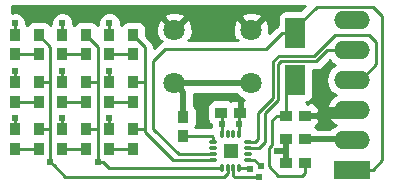
<source format=gtl>
G04 #@! TF.FileFunction,Copper,L1,Top,Signal*
%FSLAX46Y46*%
G04 Gerber Fmt 4.6, Leading zero omitted, Abs format (unit mm)*
G04 Created by KiCad (PCBNEW 4.0.7) date 03/28/18 22:17:57*
%MOMM*%
%LPD*%
G01*
G04 APERTURE LIST*
%ADD10C,0.100000*%
%ADD11R,0.950000X1.000000*%
%ADD12R,1.000000X0.950000*%
%ADD13R,1.700000X2.500000*%
%ADD14R,3.048000X1.524000*%
%ADD15O,3.048000X1.524000*%
%ADD16O,0.800000X0.300000*%
%ADD17O,0.300000X0.800000*%
%ADD18R,1.200000X1.200000*%
%ADD19C,1.800000*%
%ADD20C,0.609600*%
%ADD21C,0.508000*%
%ADD22C,0.254000*%
%ADD23C,0.250000*%
G04 APERTURE END LIST*
D10*
D11*
X152000000Y-91675000D03*
X152000000Y-93325000D03*
D12*
X166575000Y-90500000D03*
X164925000Y-90500000D03*
X161075000Y-90250000D03*
X159425000Y-90250000D03*
D13*
X165750000Y-83500000D03*
X165750000Y-87500000D03*
D11*
X142000000Y-85325000D03*
X142000000Y-83675000D03*
X146000000Y-85325000D03*
X146000000Y-83675000D03*
X150000000Y-85325000D03*
X150000000Y-83675000D03*
X142000000Y-89325000D03*
X142000000Y-87675000D03*
X146000000Y-89325000D03*
X146000000Y-87675000D03*
X150000000Y-89325000D03*
X150000000Y-87675000D03*
X142000000Y-93325000D03*
X142000000Y-91675000D03*
X146000000Y-93325000D03*
X146000000Y-91675000D03*
X150000000Y-93325000D03*
X150000000Y-91675000D03*
D14*
X170500000Y-95100000D03*
D15*
X170500000Y-92560000D03*
X170500000Y-90020000D03*
X170500000Y-87480000D03*
X170500000Y-84940000D03*
X170500000Y-82400000D03*
D12*
X164925000Y-94500000D03*
X166575000Y-94500000D03*
X166575000Y-92500000D03*
X164925000Y-92500000D03*
D11*
X144000000Y-83675000D03*
X144000000Y-85325000D03*
X148000000Y-83675000D03*
X148000000Y-85325000D03*
X152000000Y-83675000D03*
X152000000Y-85325000D03*
X144000000Y-87675000D03*
X144000000Y-89325000D03*
X148000000Y-87675000D03*
X148000000Y-89325000D03*
X152000000Y-87675000D03*
X152000000Y-89325000D03*
X144000000Y-91675000D03*
X144000000Y-93325000D03*
X148000000Y-91675000D03*
X148000000Y-93325000D03*
D16*
X158800000Y-92750000D03*
X158800000Y-93250000D03*
X158800000Y-93750000D03*
X158800000Y-94250000D03*
X161700000Y-94250000D03*
X161700000Y-93750000D03*
X161700000Y-93250000D03*
X161700000Y-92750000D03*
D17*
X159500000Y-92050000D03*
X160000000Y-92050000D03*
X160500000Y-92050000D03*
X161000000Y-92050000D03*
X159500000Y-94950000D03*
X160000000Y-94950000D03*
X160500000Y-94950000D03*
X161000000Y-94950000D03*
D18*
X160250000Y-93500000D03*
D11*
X156250000Y-92250000D03*
X156250000Y-90600000D03*
D19*
X155500000Y-83250000D03*
X162000000Y-83250000D03*
X155500000Y-87750000D03*
X162000000Y-87750000D03*
D20*
X160250000Y-93500000D03*
X161000000Y-91200000D03*
X164200000Y-93500000D03*
X159500000Y-91200000D03*
X162800000Y-94800000D03*
X150000000Y-82700000D03*
X146000000Y-82700000D03*
X142000000Y-82700000D03*
X161900000Y-95000000D03*
X142000000Y-86700000D03*
X146000000Y-86700000D03*
X150000000Y-86700000D03*
X162700000Y-95700000D03*
X150000000Y-90700000D03*
X146000000Y-90700000D03*
X142000000Y-90700000D03*
X145000000Y-94400000D03*
X149000000Y-94400000D03*
D21*
X166575000Y-90500000D02*
X170020000Y-90500000D01*
X170020000Y-90500000D02*
X170500000Y-90020000D01*
D22*
X161000000Y-91200000D02*
X161000000Y-90325000D01*
X161000000Y-92050000D02*
X161000000Y-91200000D01*
X161000000Y-90325000D02*
X161075000Y-90250000D01*
X164925000Y-90500000D02*
X164171000Y-90500000D01*
X164171000Y-90500000D02*
X163800000Y-90871000D01*
X163800000Y-90871000D02*
X163800000Y-92964934D01*
X163800000Y-92964934D02*
X163500000Y-93264934D01*
X163500000Y-93264934D02*
X163500000Y-94800000D01*
X166300000Y-95600000D02*
X166575000Y-95325000D01*
X163500000Y-94800000D02*
X164300000Y-95600000D01*
X164300000Y-95600000D02*
X166300000Y-95600000D01*
X166575000Y-95325000D02*
X166575000Y-94500000D01*
X164925000Y-90500000D02*
X164925000Y-88325000D01*
X164925000Y-88325000D02*
X165750000Y-87500000D01*
D21*
X164925000Y-93500000D02*
X164925000Y-94500000D01*
X164925000Y-92500000D02*
X164925000Y-93500000D01*
X164925000Y-93500000D02*
X164200000Y-93500000D01*
D22*
X159500000Y-91200000D02*
X159500000Y-90325000D01*
X159500000Y-92050000D02*
X159500000Y-91200000D01*
X159500000Y-90325000D02*
X159425000Y-90250000D01*
X170500000Y-95100000D02*
X172278000Y-95100000D01*
X165750000Y-83100000D02*
X165750000Y-83500000D01*
X172278000Y-95100000D02*
X173100000Y-94278000D01*
X173100000Y-94278000D02*
X173100000Y-82100000D01*
X173100000Y-82100000D02*
X172310990Y-81310990D01*
X172310990Y-81310990D02*
X167539010Y-81310990D01*
X167539010Y-81310990D02*
X165750000Y-83100000D01*
X153700000Y-91600000D02*
X155850000Y-93750000D01*
X155850000Y-93750000D02*
X158800000Y-93750000D01*
X153700000Y-85900000D02*
X153700000Y-91600000D01*
X154700000Y-84900000D02*
X153700000Y-85900000D01*
X163246000Y-84900000D02*
X154700000Y-84900000D01*
X165750000Y-83500000D02*
X164646000Y-83500000D01*
X164646000Y-83500000D02*
X163246000Y-84900000D01*
D23*
X142000000Y-85325000D02*
X144000000Y-85325000D01*
D22*
X161700000Y-94250000D02*
X162250000Y-94250000D01*
X162250000Y-94250000D02*
X162800000Y-94800000D01*
X150000000Y-83675000D02*
X150000000Y-82700000D01*
X146000000Y-83675000D02*
X146000000Y-82700000D01*
X142000000Y-83675000D02*
X142000000Y-82700000D01*
D23*
X146000000Y-85325000D02*
X148000000Y-85325000D01*
X150000000Y-85325000D02*
X152000000Y-85325000D01*
X144000000Y-89325000D02*
X142000000Y-89325000D01*
D22*
X161000000Y-94950000D02*
X161850000Y-94950000D01*
X161850000Y-94950000D02*
X161900000Y-95000000D01*
X142000000Y-87675000D02*
X142000000Y-86700000D01*
X146000000Y-87675000D02*
X146000000Y-86700000D01*
X150000000Y-87675000D02*
X150000000Y-86700000D01*
D23*
X148000000Y-89325000D02*
X146000000Y-89325000D01*
X152000000Y-89325000D02*
X150000000Y-89325000D01*
D22*
X142000000Y-93325000D02*
X144000000Y-93325000D01*
X160500000Y-94950000D02*
X160500000Y-95604000D01*
X160500000Y-95604000D02*
X160596000Y-95700000D01*
X160596000Y-95700000D02*
X162700000Y-95700000D01*
X150000000Y-91675000D02*
X150000000Y-90700000D01*
X146000000Y-91675000D02*
X146000000Y-90700000D01*
X142000000Y-91675000D02*
X142000000Y-90700000D01*
X146000000Y-93325000D02*
X148000000Y-93325000D01*
X150000000Y-93325000D02*
X152000000Y-93325000D01*
D21*
X166575000Y-92500000D02*
X170440000Y-92500000D01*
X170440000Y-92500000D02*
X170500000Y-92560000D01*
D22*
X161700000Y-92750000D02*
X162354000Y-92750000D01*
X169057934Y-83700000D02*
X172000000Y-83700000D01*
X162354000Y-92750000D02*
X162600000Y-92504000D01*
X162600000Y-92504000D02*
X162600000Y-90257933D01*
X162600000Y-90257933D02*
X163845990Y-89011944D01*
X163845990Y-85911943D02*
X164311943Y-85445990D01*
X172600000Y-84300000D02*
X172600000Y-86142000D01*
X163845990Y-89011944D02*
X163845990Y-85911943D01*
X164311943Y-85445990D02*
X167311944Y-85445990D01*
X172600000Y-86142000D02*
X171262000Y-87480000D01*
X167311944Y-85445990D02*
X169057934Y-83700000D01*
X172000000Y-83700000D02*
X172600000Y-84300000D01*
X171262000Y-87480000D02*
X170500000Y-87480000D01*
X167500000Y-85900000D02*
X168460000Y-84940000D01*
X168460000Y-84940000D02*
X170500000Y-84940000D01*
X164500000Y-85900000D02*
X167500000Y-85900000D01*
X164300000Y-86100000D02*
X164500000Y-85900000D01*
X164300000Y-89200000D02*
X164300000Y-86100000D01*
X163200000Y-90300000D02*
X164300000Y-89200000D01*
X163200000Y-92700000D02*
X163200000Y-90300000D01*
X162650000Y-93250000D02*
X163200000Y-92700000D01*
X161700000Y-93250000D02*
X162650000Y-93250000D01*
D23*
X160000000Y-94950000D02*
X160000000Y-95371765D01*
X160000000Y-95371765D02*
X159696755Y-95675010D01*
X159696755Y-95675010D02*
X146275010Y-95675010D01*
X146275010Y-95675010D02*
X145304799Y-94704799D01*
X145304799Y-94704799D02*
X145000000Y-94400000D01*
D22*
X145000000Y-91946000D02*
X145000000Y-91600000D01*
X145000000Y-91600000D02*
X145000000Y-90650000D01*
X144000000Y-91675000D02*
X144925000Y-91675000D01*
X144925000Y-91675000D02*
X145000000Y-91600000D01*
X145000000Y-91946000D02*
X145000000Y-94400000D01*
D23*
X145000000Y-90650000D02*
X145000000Y-87700000D01*
X145000000Y-87700000D02*
X145000000Y-84700000D01*
X144000000Y-87675000D02*
X144975000Y-87675000D01*
X144975000Y-87675000D02*
X145000000Y-87700000D01*
X145000000Y-84700000D02*
X144000000Y-83700000D01*
X144000000Y-83700000D02*
X144000000Y-83675000D01*
X144000000Y-91675000D02*
X144000000Y-91650000D01*
X149000000Y-94400000D02*
X149431052Y-94400000D01*
X149431052Y-94400000D02*
X149981052Y-94950000D01*
X149981052Y-94950000D02*
X159100000Y-94950000D01*
X159100000Y-94950000D02*
X159500000Y-94950000D01*
D22*
X149000000Y-90650000D02*
X149000000Y-91700000D01*
X149000000Y-91700000D02*
X149000000Y-94400000D01*
X148000000Y-91675000D02*
X148975000Y-91675000D01*
X148975000Y-91675000D02*
X149000000Y-91700000D01*
D23*
X149000000Y-90650000D02*
X149000000Y-87700000D01*
X149000000Y-87700000D02*
X149000000Y-84700000D01*
X148000000Y-87675000D02*
X148975000Y-87675000D01*
X148975000Y-87675000D02*
X149000000Y-87700000D01*
X149000000Y-84700000D02*
X148000000Y-83700000D01*
X148000000Y-83700000D02*
X148000000Y-83675000D01*
X148000000Y-91675000D02*
X148000000Y-91650000D01*
D22*
X153000000Y-90650000D02*
X153000000Y-91700000D01*
X153000000Y-91700000D02*
X153000000Y-91900000D01*
X152000000Y-91675000D02*
X152975000Y-91675000D01*
X152975000Y-91675000D02*
X153000000Y-91700000D01*
X153000000Y-91900000D02*
X155350000Y-94250000D01*
X155350000Y-94250000D02*
X158800000Y-94250000D01*
D23*
X153000000Y-90650000D02*
X153000000Y-87700000D01*
X153000000Y-87700000D02*
X153000000Y-84700000D01*
X152000000Y-87675000D02*
X152975000Y-87675000D01*
X152975000Y-87675000D02*
X153000000Y-87700000D01*
X153000000Y-84700000D02*
X152000000Y-83700000D01*
X152000000Y-83700000D02*
X152000000Y-83675000D01*
X152000000Y-91675000D02*
X152000000Y-91650000D01*
X158800000Y-92750000D02*
X158800000Y-92350000D01*
X158800000Y-92350000D02*
X158700000Y-92250000D01*
X158700000Y-92250000D02*
X156975000Y-92250000D01*
X156975000Y-92250000D02*
X156250000Y-92250000D01*
D21*
X155500000Y-87750000D02*
X156772792Y-87750000D01*
X156772792Y-87750000D02*
X162000000Y-87750000D01*
X156250000Y-90600000D02*
X156250000Y-88500000D01*
X156250000Y-88500000D02*
X155500000Y-87750000D01*
D22*
G36*
X160377000Y-93373000D02*
X160397000Y-93373000D01*
X160397000Y-93627000D01*
X160377000Y-93627000D01*
X160377000Y-93647000D01*
X160123000Y-93647000D01*
X160123000Y-93627000D01*
X160103000Y-93627000D01*
X160103000Y-93373000D01*
X160123000Y-93373000D01*
X160123000Y-93353000D01*
X160377000Y-93353000D01*
X160377000Y-93373000D01*
X160377000Y-93373000D01*
G37*
X160377000Y-93373000D02*
X160397000Y-93373000D01*
X160397000Y-93627000D01*
X160377000Y-93627000D01*
X160377000Y-93647000D01*
X160123000Y-93647000D01*
X160123000Y-93627000D01*
X160103000Y-93627000D01*
X160103000Y-93373000D01*
X160123000Y-93373000D01*
X160123000Y-93353000D01*
X160377000Y-93353000D01*
X160377000Y-93373000D01*
G36*
X168707875Y-85927828D02*
X169130174Y-86210000D01*
X168707875Y-86492172D01*
X168405043Y-86945391D01*
X168298703Y-87480000D01*
X168405043Y-88014609D01*
X168707875Y-88467828D01*
X169145662Y-88760349D01*
X169086059Y-88777941D01*
X168660370Y-89121974D01*
X168398740Y-89602723D01*
X168383780Y-89676930D01*
X168506280Y-89893000D01*
X170373000Y-89893000D01*
X170373000Y-89873000D01*
X170627000Y-89873000D01*
X170627000Y-89893000D01*
X170647000Y-89893000D01*
X170647000Y-90147000D01*
X170627000Y-90147000D01*
X170627000Y-90167000D01*
X170373000Y-90167000D01*
X170373000Y-90147000D01*
X168506280Y-90147000D01*
X168383780Y-90363070D01*
X168398740Y-90437277D01*
X168660370Y-90918026D01*
X169086059Y-91262059D01*
X169145662Y-91279651D01*
X168707875Y-91572172D01*
X168681931Y-91611000D01*
X167563183Y-91611000D01*
X167539090Y-91573559D01*
X167441290Y-91506735D01*
X167613327Y-91334699D01*
X167710000Y-91101310D01*
X167710000Y-90785750D01*
X167551250Y-90627000D01*
X166702000Y-90627000D01*
X166702000Y-90647000D01*
X166448000Y-90647000D01*
X166448000Y-90627000D01*
X166428000Y-90627000D01*
X166428000Y-90373000D01*
X166448000Y-90373000D01*
X166448000Y-90353000D01*
X166702000Y-90353000D01*
X166702000Y-90373000D01*
X167551250Y-90373000D01*
X167710000Y-90214250D01*
X167710000Y-89898690D01*
X167613327Y-89665301D01*
X167434698Y-89486673D01*
X167201309Y-89390000D01*
X166860750Y-89390000D01*
X166702002Y-89548748D01*
X166702002Y-89390000D01*
X166639540Y-89390000D01*
X166835317Y-89353162D01*
X167051441Y-89214090D01*
X167196431Y-89001890D01*
X167247440Y-88750000D01*
X167247440Y-86662000D01*
X167500000Y-86662000D01*
X167791605Y-86603996D01*
X168038815Y-86438815D01*
X168644560Y-85833070D01*
X168707875Y-85927828D01*
X168707875Y-85927828D01*
G37*
X168707875Y-85927828D02*
X169130174Y-86210000D01*
X168707875Y-86492172D01*
X168405043Y-86945391D01*
X168298703Y-87480000D01*
X168405043Y-88014609D01*
X168707875Y-88467828D01*
X169145662Y-88760349D01*
X169086059Y-88777941D01*
X168660370Y-89121974D01*
X168398740Y-89602723D01*
X168383780Y-89676930D01*
X168506280Y-89893000D01*
X170373000Y-89893000D01*
X170373000Y-89873000D01*
X170627000Y-89873000D01*
X170627000Y-89893000D01*
X170647000Y-89893000D01*
X170647000Y-90147000D01*
X170627000Y-90147000D01*
X170627000Y-90167000D01*
X170373000Y-90167000D01*
X170373000Y-90147000D01*
X168506280Y-90147000D01*
X168383780Y-90363070D01*
X168398740Y-90437277D01*
X168660370Y-90918026D01*
X169086059Y-91262059D01*
X169145662Y-91279651D01*
X168707875Y-91572172D01*
X168681931Y-91611000D01*
X167563183Y-91611000D01*
X167539090Y-91573559D01*
X167441290Y-91506735D01*
X167613327Y-91334699D01*
X167710000Y-91101310D01*
X167710000Y-90785750D01*
X167551250Y-90627000D01*
X166702000Y-90627000D01*
X166702000Y-90647000D01*
X166448000Y-90647000D01*
X166448000Y-90627000D01*
X166428000Y-90627000D01*
X166428000Y-90373000D01*
X166448000Y-90373000D01*
X166448000Y-90353000D01*
X166702000Y-90353000D01*
X166702000Y-90373000D01*
X167551250Y-90373000D01*
X167710000Y-90214250D01*
X167710000Y-89898690D01*
X167613327Y-89665301D01*
X167434698Y-89486673D01*
X167201309Y-89390000D01*
X166860750Y-89390000D01*
X166702002Y-89548748D01*
X166702002Y-89390000D01*
X166639540Y-89390000D01*
X166835317Y-89353162D01*
X167051441Y-89214090D01*
X167196431Y-89001890D01*
X167247440Y-88750000D01*
X167247440Y-86662000D01*
X167500000Y-86662000D01*
X167791605Y-86603996D01*
X168038815Y-86438815D01*
X168644560Y-85833070D01*
X168707875Y-85927828D01*
G36*
X161129357Y-89050551D02*
X161356063Y-89144687D01*
X161202000Y-89298750D01*
X161202000Y-90123000D01*
X161222000Y-90123000D01*
X161222000Y-90377000D01*
X161202000Y-90377000D01*
X161202000Y-90397000D01*
X160948000Y-90397000D01*
X160948000Y-90377000D01*
X160928000Y-90377000D01*
X160928000Y-90123000D01*
X160948000Y-90123000D01*
X160948000Y-89298750D01*
X160789250Y-89140000D01*
X160448691Y-89140000D01*
X160244330Y-89224649D01*
X160176890Y-89178569D01*
X159925000Y-89127560D01*
X158925000Y-89127560D01*
X158689683Y-89171838D01*
X158473559Y-89310910D01*
X158328569Y-89523110D01*
X158277560Y-89775000D01*
X158277560Y-90725000D01*
X158321838Y-90960317D01*
X158460910Y-91176441D01*
X158560161Y-91244256D01*
X158560037Y-91386118D01*
X158602960Y-91490000D01*
X157312279Y-91490000D01*
X157270949Y-91425772D01*
X157321431Y-91351890D01*
X157372440Y-91100000D01*
X157372440Y-90100000D01*
X157328162Y-89864683D01*
X157189090Y-89648559D01*
X157139000Y-89614334D01*
X157139000Y-88639000D01*
X160718525Y-88639000D01*
X161129357Y-89050551D01*
X161129357Y-89050551D01*
G37*
X161129357Y-89050551D02*
X161356063Y-89144687D01*
X161202000Y-89298750D01*
X161202000Y-90123000D01*
X161222000Y-90123000D01*
X161222000Y-90377000D01*
X161202000Y-90377000D01*
X161202000Y-90397000D01*
X160948000Y-90397000D01*
X160948000Y-90377000D01*
X160928000Y-90377000D01*
X160928000Y-90123000D01*
X160948000Y-90123000D01*
X160948000Y-89298750D01*
X160789250Y-89140000D01*
X160448691Y-89140000D01*
X160244330Y-89224649D01*
X160176890Y-89178569D01*
X159925000Y-89127560D01*
X158925000Y-89127560D01*
X158689683Y-89171838D01*
X158473559Y-89310910D01*
X158328569Y-89523110D01*
X158277560Y-89775000D01*
X158277560Y-90725000D01*
X158321838Y-90960317D01*
X158460910Y-91176441D01*
X158560161Y-91244256D01*
X158560037Y-91386118D01*
X158602960Y-91490000D01*
X157312279Y-91490000D01*
X157270949Y-91425772D01*
X157321431Y-91351890D01*
X157372440Y-91100000D01*
X157372440Y-90100000D01*
X157328162Y-89864683D01*
X157189090Y-89648559D01*
X157139000Y-89614334D01*
X157139000Y-88639000D01*
X160718525Y-88639000D01*
X161129357Y-89050551D01*
G36*
X166169809Y-81602560D02*
X164900000Y-81602560D01*
X164664683Y-81646838D01*
X164448559Y-81785910D01*
X164303569Y-81998110D01*
X164252560Y-82250000D01*
X164252560Y-82864048D01*
X164107185Y-82961185D01*
X163528430Y-83539940D01*
X163546458Y-83490664D01*
X163520839Y-82880540D01*
X163336643Y-82435852D01*
X163080159Y-82349446D01*
X162179605Y-83250000D01*
X162193748Y-83264143D01*
X162014143Y-83443748D01*
X162000000Y-83429605D01*
X161985858Y-83443748D01*
X161806253Y-83264143D01*
X161820395Y-83250000D01*
X160919841Y-82349446D01*
X160663357Y-82435852D01*
X160453542Y-83009336D01*
X160479161Y-83619460D01*
X160663357Y-84064148D01*
X160882576Y-84138000D01*
X156617424Y-84138000D01*
X156836643Y-84064148D01*
X157046458Y-83490664D01*
X157020839Y-82880540D01*
X156836643Y-82435852D01*
X156580159Y-82349446D01*
X155679605Y-83250000D01*
X155693748Y-83264143D01*
X155514143Y-83443748D01*
X155500000Y-83429605D01*
X155485858Y-83443748D01*
X155306253Y-83264143D01*
X155320395Y-83250000D01*
X154419841Y-82349446D01*
X154163357Y-82435852D01*
X153953542Y-83009336D01*
X153979161Y-83619460D01*
X154163357Y-84064148D01*
X154419839Y-84150553D01*
X154305910Y-84264482D01*
X154161185Y-84361184D01*
X153760000Y-84762369D01*
X153760000Y-84700000D01*
X153702148Y-84409161D01*
X153537401Y-84162599D01*
X153122440Y-83747638D01*
X153122440Y-83175000D01*
X153078162Y-82939683D01*
X152939090Y-82723559D01*
X152726890Y-82578569D01*
X152475000Y-82527560D01*
X151525000Y-82527560D01*
X151289683Y-82571838D01*
X151073559Y-82710910D01*
X151000116Y-82818397D01*
X150939779Y-82724630D01*
X150939963Y-82513882D01*
X150797808Y-82169841D01*
X154599446Y-82169841D01*
X155500000Y-83070395D01*
X156400554Y-82169841D01*
X161099446Y-82169841D01*
X162000000Y-83070395D01*
X162900554Y-82169841D01*
X162814148Y-81913357D01*
X162240664Y-81703542D01*
X161630540Y-81729161D01*
X161185852Y-81913357D01*
X161099446Y-82169841D01*
X156400554Y-82169841D01*
X156314148Y-81913357D01*
X155740664Y-81703542D01*
X155130540Y-81729161D01*
X154685852Y-81913357D01*
X154599446Y-82169841D01*
X150797808Y-82169841D01*
X150797188Y-82168341D01*
X150533049Y-81903741D01*
X150187758Y-81760363D01*
X149813882Y-81760037D01*
X149468341Y-81902812D01*
X149203741Y-82166951D01*
X149060363Y-82512242D01*
X149060173Y-82730502D01*
X149000116Y-82818397D01*
X148939090Y-82723559D01*
X148726890Y-82578569D01*
X148475000Y-82527560D01*
X147525000Y-82527560D01*
X147289683Y-82571838D01*
X147073559Y-82710910D01*
X147000116Y-82818397D01*
X146939779Y-82724630D01*
X146939963Y-82513882D01*
X146797188Y-82168341D01*
X146533049Y-81903741D01*
X146187758Y-81760363D01*
X145813882Y-81760037D01*
X145468341Y-81902812D01*
X145203741Y-82166951D01*
X145060363Y-82512242D01*
X145060173Y-82730502D01*
X145000116Y-82818397D01*
X144939090Y-82723559D01*
X144726890Y-82578569D01*
X144475000Y-82527560D01*
X143525000Y-82527560D01*
X143289683Y-82571838D01*
X143073559Y-82710910D01*
X143000116Y-82818397D01*
X142939779Y-82724630D01*
X142939963Y-82513882D01*
X142797188Y-82168341D01*
X142533049Y-81903741D01*
X142187758Y-81760363D01*
X141813882Y-81760037D01*
X141710000Y-81802960D01*
X141710000Y-81210000D01*
X166562369Y-81210000D01*
X166169809Y-81602560D01*
X166169809Y-81602560D01*
G37*
X166169809Y-81602560D02*
X164900000Y-81602560D01*
X164664683Y-81646838D01*
X164448559Y-81785910D01*
X164303569Y-81998110D01*
X164252560Y-82250000D01*
X164252560Y-82864048D01*
X164107185Y-82961185D01*
X163528430Y-83539940D01*
X163546458Y-83490664D01*
X163520839Y-82880540D01*
X163336643Y-82435852D01*
X163080159Y-82349446D01*
X162179605Y-83250000D01*
X162193748Y-83264143D01*
X162014143Y-83443748D01*
X162000000Y-83429605D01*
X161985858Y-83443748D01*
X161806253Y-83264143D01*
X161820395Y-83250000D01*
X160919841Y-82349446D01*
X160663357Y-82435852D01*
X160453542Y-83009336D01*
X160479161Y-83619460D01*
X160663357Y-84064148D01*
X160882576Y-84138000D01*
X156617424Y-84138000D01*
X156836643Y-84064148D01*
X157046458Y-83490664D01*
X157020839Y-82880540D01*
X156836643Y-82435852D01*
X156580159Y-82349446D01*
X155679605Y-83250000D01*
X155693748Y-83264143D01*
X155514143Y-83443748D01*
X155500000Y-83429605D01*
X155485858Y-83443748D01*
X155306253Y-83264143D01*
X155320395Y-83250000D01*
X154419841Y-82349446D01*
X154163357Y-82435852D01*
X153953542Y-83009336D01*
X153979161Y-83619460D01*
X154163357Y-84064148D01*
X154419839Y-84150553D01*
X154305910Y-84264482D01*
X154161185Y-84361184D01*
X153760000Y-84762369D01*
X153760000Y-84700000D01*
X153702148Y-84409161D01*
X153537401Y-84162599D01*
X153122440Y-83747638D01*
X153122440Y-83175000D01*
X153078162Y-82939683D01*
X152939090Y-82723559D01*
X152726890Y-82578569D01*
X152475000Y-82527560D01*
X151525000Y-82527560D01*
X151289683Y-82571838D01*
X151073559Y-82710910D01*
X151000116Y-82818397D01*
X150939779Y-82724630D01*
X150939963Y-82513882D01*
X150797808Y-82169841D01*
X154599446Y-82169841D01*
X155500000Y-83070395D01*
X156400554Y-82169841D01*
X161099446Y-82169841D01*
X162000000Y-83070395D01*
X162900554Y-82169841D01*
X162814148Y-81913357D01*
X162240664Y-81703542D01*
X161630540Y-81729161D01*
X161185852Y-81913357D01*
X161099446Y-82169841D01*
X156400554Y-82169841D01*
X156314148Y-81913357D01*
X155740664Y-81703542D01*
X155130540Y-81729161D01*
X154685852Y-81913357D01*
X154599446Y-82169841D01*
X150797808Y-82169841D01*
X150797188Y-82168341D01*
X150533049Y-81903741D01*
X150187758Y-81760363D01*
X149813882Y-81760037D01*
X149468341Y-81902812D01*
X149203741Y-82166951D01*
X149060363Y-82512242D01*
X149060173Y-82730502D01*
X149000116Y-82818397D01*
X148939090Y-82723559D01*
X148726890Y-82578569D01*
X148475000Y-82527560D01*
X147525000Y-82527560D01*
X147289683Y-82571838D01*
X147073559Y-82710910D01*
X147000116Y-82818397D01*
X146939779Y-82724630D01*
X146939963Y-82513882D01*
X146797188Y-82168341D01*
X146533049Y-81903741D01*
X146187758Y-81760363D01*
X145813882Y-81760037D01*
X145468341Y-81902812D01*
X145203741Y-82166951D01*
X145060363Y-82512242D01*
X145060173Y-82730502D01*
X145000116Y-82818397D01*
X144939090Y-82723559D01*
X144726890Y-82578569D01*
X144475000Y-82527560D01*
X143525000Y-82527560D01*
X143289683Y-82571838D01*
X143073559Y-82710910D01*
X143000116Y-82818397D01*
X142939779Y-82724630D01*
X142939963Y-82513882D01*
X142797188Y-82168341D01*
X142533049Y-81903741D01*
X142187758Y-81760363D01*
X141813882Y-81760037D01*
X141710000Y-81802960D01*
X141710000Y-81210000D01*
X166562369Y-81210000D01*
X166169809Y-81602560D01*
M02*

</source>
